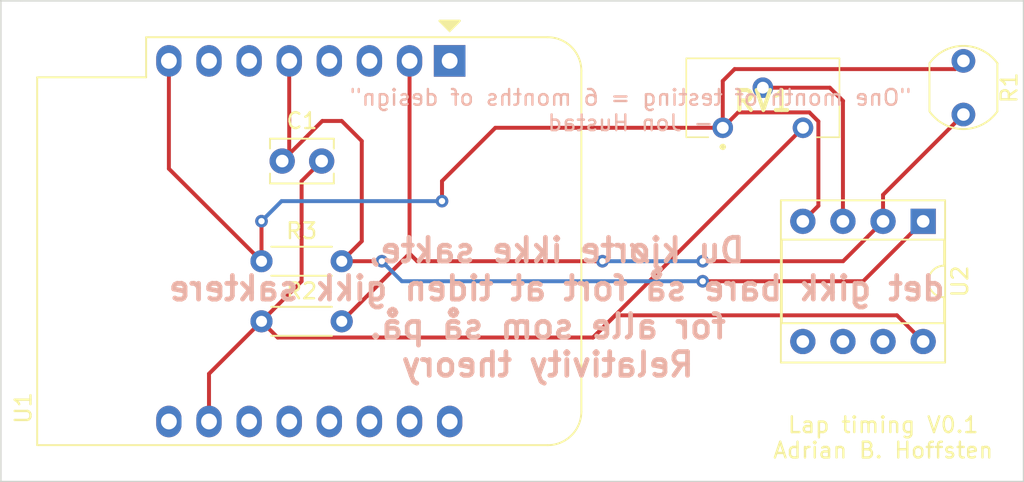
<source format=kicad_pcb>
(kicad_pcb (version 20211014) (generator pcbnew)
  (layers (0 "F.Cu" signal) (31 "B.Cu" signal) (34 "B.Paste" user) (35 "F.Paste" user) (36 "B.SilkS" user "B.Silkscreen") (37 "F.SilkS" user "F.Silkscreen") (38 "B.Mask" user) (39 "F.Mask" user) (44 "Edge.Cuts" user))
  (net 0 "")
  (net 1 "/Sensor_Digital")
  (net 2 "GND")
  (net 3 "+3.3V")
  (net 4 "/Sensor_Analog")
  (net 5 "Net-(RV1-Pad2)")
  (footprint "Module:WEMOS_D1_mini_light" (layer "F.Cu") (at 67.795 102.87 -90)
    (fp_text reference "U1" (at 22 27 90) (layer "F.SilkS"))
    (fp_text value "WeMos_D1_mini")
    (fp_line (start -1.5 19.22) (end -1.5 -6.21) (layer "F.SilkS") (width 0.12))
    (fp_line (start 22.24 -8.34) (end 0.63 -8.34) (layer "F.SilkS") (width 0.12))
    (fp_line (start 1.04 26.12) (end 24.36 26.12) (layer "F.SilkS") (width 0.12))
    (fp_line (start 1.04 19.22) (end 1.04 26.12) (layer "F.SilkS") (width 0.12))
    (fp_line (start -1.5 19.22) (end 1.04 19.22) (layer "F.SilkS") (width 0.12))
    (fp_line (start 24.36 26.12) (end 24.36 -6.21) (layer "F.SilkS") (width 0.12))
    (fp_arc (start 22.23 -8.34) (mid 23.736137 -7.716137) (end 24.36 -6.21) (layer "F.SilkS") (width 0.12))
    (fp_arc (start -1.5 -6.21) (mid -0.876137 -7.716137) (end 0.63 -8.34) (layer "F.SilkS") (width 0.12))
    (fp_poly (pts (xy -2.54 -0.635) (xy -2.54 0.635) (xy -1.905 0)) (layer "F.SilkS") (width 0.15) (fill solid))
    (pad "1" thru_hole rect (at 0 0 270) (size 2 2) (drill 1) (layers *.Cu *.Mask))
    (pad "2" thru_hole oval (at 0 2.54 270) (size 2 1.6) (drill 1) (layers *.Cu *.Mask) (net 4 "/Sensor_Analog"))
    (pad "3" thru_hole oval (at 0 5.08 270) (size 2 1.6) (drill 1) (layers *.Cu *.Mask))
    (pad "4" thru_hole oval (at 0 7.62 270) (size 2 1.6) (drill 1) (layers *.Cu *.Mask))
    (pad "5" thru_hole oval (at 0 10.16 270) (size 2 1.6) (drill 1) (layers *.Cu *.Mask) (net 1 "/Sensor_Digital"))
    (pad "6" thru_hole oval (at 0 12.7 270) (size 2 1.6) (drill 1) (layers *.Cu *.Mask))
    (pad "7" thru_hole oval (at 0 15.24 270) (size 2 1.6) (drill 1) (layers *.Cu *.Mask))
    (pad "8" thru_hole oval (at 0 17.78 270) (size 2 1.6) (drill 1) (layers *.Cu *.Mask) (net 3 "+3.3V"))
    (pad "9" thru_hole oval (at 22.86 17.78 270) (size 2 1.6) (drill 1) (layers *.Cu *.Mask))
    (pad "10" thru_hole oval (at 22.86 15.24 270) (size 2 1.6) (drill 1) (layers *.Cu *.Mask) (net 2 "GND"))
    (pad "11" thru_hole oval (at 22.86 12.7 270) (size 2 1.6) (drill 1) (layers *.Cu *.Mask))
    (pad "12" thru_hole oval (at 22.86 10.16 270) (size 2 1.6) (drill 1) (layers *.Cu *.Mask))
    (pad "13" thru_hole oval (at 22.86 7.62 270) (size 2 1.6) (drill 1) (layers *.Cu *.Mask))
    (pad "14" thru_hole oval (at 22.86 5.08 270) (size 2 1.6) (drill 1) (layers *.Cu *.Mask))
    (pad "15" thru_hole oval (at 22.86 2.54 270) (size 2 1.6) (drill 1) (layers *.Cu *.Mask))
    (pad "16" thru_hole oval (at 22.86 0 270) (size 2 1.6) (drill 1) (layers *.Cu *.Mask))
  )
  (footprint "Package_DIP:DIP-8_W7.62mm_Socket" (layer "F.Cu") (at 97.78 113.04 -90)
    (fp_text reference "U2" (at 3.81 -2.33 90) (layer "F.SilkS"))
    (fp_text value "LM2903")
    (fp_line (start 8.95 9.01) (end 8.95 -1.39) (layer "F.SilkS") (width 0.12))
    (fp_line (start -1.33 9.01) (end 8.95 9.01) (layer "F.SilkS") (width 0.12))
    (fp_line (start 1.16 8.95) (end 6.46 8.95) (layer "F.SilkS") (width 0.12))
    (fp_line (start 1.16 -1.33) (end 1.16 8.95) (layer "F.SilkS") (width 0.12))
    (fp_line (start -1.33 -1.39) (end -1.33 9.01) (layer "F.SilkS") (width 0.12))
    (fp_line (start 8.95 -1.39) (end -1.33 -1.39) (layer "F.SilkS") (width 0.12))
    (fp_line (start 2.81 -1.33) (end 1.16 -1.33) (layer "F.SilkS") (width 0.12))
    (fp_line (start 6.46 -1.33) (end 4.81 -1.33) (layer "F.SilkS") (width 0.12))
    (fp_line (start 6.46 8.95) (end 6.46 -1.33) (layer "F.SilkS") (width 0.12))
    (fp_arc (start 4.81 -1.33) (mid 3.81 -0.33) (end 2.81 -1.33) (layer "F.SilkS") (width 0.12))
    (pad "1" thru_hole rect (at 0 0 270) (size 1.6 1.6) (drill 0.8) (layers *.Cu *.Mask) (net 1 "/Sensor_Digital"))
    (pad "2" thru_hole oval (at 0 2.54 270) (size 1.6 1.6) (drill 0.8) (layers *.Cu *.Mask) (net 4 "/Sensor_Analog"))
    (pad "3" thru_hole oval (at 0 5.08 270) (size 1.6 1.6) (drill 0.8) (layers *.Cu *.Mask) (net 5 "Net-(RV1-Pad2)"))
    (pad "4" thru_hole oval (at 0 7.62 270) (size 1.6 1.6) (drill 0.8) (layers *.Cu *.Mask) (net 3 "+3.3V"))
    (pad "5" thru_hole oval (at 7.62 7.62 270) (size 1.6 1.6) (drill 0.8) (layers *.Cu *.Mask))
    (pad "6" thru_hole oval (at 7.62 5.08 270) (size 1.6 1.6) (drill 0.8) (layers *.Cu *.Mask))
    (pad "7" thru_hole oval (at 7.62 2.54 270) (size 1.6 1.6) (drill 0.8) (layers *.Cu *.Mask))
    (pad "8" thru_hole oval (at 7.62 0 270) (size 1.6 1.6) (drill 0.8) (layers *.Cu *.Mask) (net 2 "GND"))
  )
  (footprint "Capacitor_THT:C_Disc_D3.8mm_W2.6mm_P2.50mm" (layer "F.Cu") (at 57.19 109.22)
    (fp_text reference "C1" (at 1.25 -2.55) (layer "F.SilkS"))
    (fp_text value "15pF")
    (fp_line (start -0.77 -1.42) (end 3.27 -1.42) (layer "F.SilkS") (width 0.12))
    (fp_line (start -0.77 1.42) (end 3.27 1.42) (layer "F.SilkS") (width 0.12))
    (fp_line (start 3.27 0.795) (end 3.27 1.42) (layer "F.SilkS") (width 0.12))
    (fp_line (start 3.27 -1.42) (end 3.27 -0.795) (layer "F.SilkS") (width 0.12))
    (fp_line (start -0.77 0.795) (end -0.77 1.42) (layer "F.SilkS") (width 0.12))
    (fp_line (start -0.77 -1.42) (end -0.77 -0.795) (layer "F.SilkS") (width 0.12))
    (pad "1" thru_hole circle (at 0 0) (size 1.6 1.6) (drill 0.8) (layers *.Cu *.Mask) (net 1 "/Sensor_Digital"))
    (pad "2" thru_hole circle (at 2.5 0) (size 1.6 1.6) (drill 0.8) (layers *.Cu *.Mask) (net 2 "GND"))
  )
  (footprint "Resistor_THT:R_Axial_DIN0204_L3.6mm_D1.6mm_P5.08mm_Horizontal" (layer "F.Cu") (at 55.88 119.38)
    (fp_text reference "R2" (at 2.54 -1.92) (layer "F.SilkS"))
    (fp_text value "10k")
    (fp_line (start 0.62 0.92) (end 4.46 0.92) (layer "F.SilkS") (width 0.12))
    (fp_line (start 0.62 -0.92) (end 4.46 -0.92) (layer "F.SilkS") (width 0.12))
    (pad "1" thru_hole circle (at 0 0) (size 1.4 1.4) (drill 0.7) (layers *.Cu *.Mask) (net 2 "GND"))
    (pad "2" thru_hole oval (at 5.08 0) (size 1.4 1.4) (drill 0.7) (layers *.Cu *.Mask) (net 4 "/Sensor_Analog"))
  )
  (footprint "OptoDevice:R_LDR_5.1x4.3mm_P3.4mm_Vertical" (layer "F.Cu") (at 100.33 102.87 -90)
    (fp_text reference "R1" (at 1.7 -2.9 90) (layer "F.SilkS"))
    (fp_text value "LDR07")
    (fp_line (start 0.15 2.15) (end 3.2 2.15) (layer "F.SilkS") (width 0.12))
    (fp_line (start 0.15 -2.15) (end 3.2 -2.15) (layer "F.SilkS") (width 0.12))
    (fp_arc (start 3.2 -2.15) (mid 4.321403 -0.027338) (end 3.244513 2.118249) (layer "F.SilkS") (width 0.12))
    (fp_arc (start 0.15 2.15) (mid -0.950438 -0.013368) (end 0.171766 -2.165525) (layer "F.SilkS") (width 0.12))
    (pad "1" thru_hole circle (at 0 0 270) (size 1.5 1.5) (drill 0.8) (layers *.Cu *.Mask) (net 3 "+3.3V"))
    (pad "2" thru_hole circle (at 3.4 0 270) (size 1.5 1.5) (drill 0.8) (layers *.Cu *.Mask) (net 4 "/Sensor_Analog"))
  )
  (footprint "T93YB104KT20:T93YB104KT20" (layer "F.Cu") (at 85.09 107.11)
    (fp_text reference "RV1" (at 2.54 -1.7) (layer "F.SilkS") (effects (font (size 1.27 1.27) (thickness 0.254))))
    (fp_text value "R_Potentiometer" hide)
    (fp_line (start -0.1 1.212) (end -0.1 1.212) (layer "F.SilkS") (width 0.2))
    (fp_line (start 7.39 0.6) (end 5.942 0.6) (layer "F.SilkS") (width 0.1))
    (fp_line (start -2.31 0.6) (end -0.912 0.6) (layer "F.SilkS") (width 0.1))
    (fp_line (start -2.31 0.6) (end -2.31 -4.4) (layer "F.SilkS") (width 0.1))
    (fp_line (start 0.1 1.212) (end 0.1 1.212) (layer "F.SilkS") (width 0.2))
    (fp_line (start 7.39 -4.4) (end 7.39 0.6) (layer "F.SilkS") (width 0.1))
    (fp_line (start -2.31 -4.4) (end 7.39 -4.4) (layer "F.SilkS") (width 0.1))
    (fp_arc (start 0.1 1.212) (mid 0 1.312) (end -0.1 1.212) (layer "F.SilkS") (width 0.2))
    (fp_arc (start -0.1 1.212) (mid 0 1.112) (end 0.1 1.212) (layer "F.SilkS") (width 0.2))
    (pad "1" thru_hole circle locked (at 0 0) (size 1.3 1.3) (drill 0.75) (layers *.Cu *.Mask) (net 3 "+3.3V"))
    (pad "2" thru_hole circle locked (at 2.54 -2.54) (size 1.3 1.3) (drill 0.75) (layers *.Cu *.Mask) (net 5 "Net-(RV1-Pad2)"))
    (pad "3" thru_hole circle locked (at 5.08 0) (size 1.3 1.3) (drill 0.75) (layers *.Cu *.Mask) (net 2 "GND"))
  )
  (footprint "Resistor_THT:R_Axial_DIN0204_L3.6mm_D1.6mm_P5.08mm_Horizontal" (layer "F.Cu") (at 55.88 115.57)
    (fp_text reference "R3" (at 2.54 -1.92) (layer "F.SilkS"))
    (fp_text value "1k")
    (fp_line (start 0.62 -0.92) (end 4.46 -0.92) (layer "F.SilkS") (width 0.12))
    (fp_line (start 0.62 0.92) (end 4.46 0.92) (layer "F.SilkS") (width 0.12))
    (pad "1" thru_hole circle (at 0 0) (size 1.4 1.4) (drill 0.7) (layers *.Cu *.Mask) (net 3 "+3.3V"))
    (pad "2" thru_hole oval (at 5.08 0) (size 1.4 1.4) (drill 0.7) (layers *.Cu *.Mask) (net 1 "/Sensor_Digital"))
  )
  (gr_line (start 104.14 99.06) (end 104.14 129.54) (layer "Edge.Cuts") (width 0.1))
  (gr_line (start 40.64 99.06) (end 104.14 99.06) (layer "Edge.Cuts") (width 0.1))
  (gr_line (start 104.14 129.54) (end 39.37 129.54) (layer "Edge.Cuts") (width 0.1))
  (gr_line (start 40.64 99.06) (end 39.37 99.06) (layer "Edge.Cuts") (width 0.1))
  (gr_line (start 39.37 129.54) (end 39.37 99.06) (layer "Edge.Cuts") (width 0.1))
  (gr_text "{dblquote}One month of testing = 6 months of design{dblquote}\n- Jon Hustad" (at 79.25 106) (layer "B.SilkS") (effects (font (size 1 1)) (justify mirror)))
  (gr_text "Du kjørte ikke sakte, \ndet gikk bare så fort at tiden gikk saktere \nfor alle som så på.\nRelativity theory" (at 74 118.5) (layer "B.SilkS") (effects (font (size 1.5 1.5) (thickness 0.3)) (justify mirror)))
  (gr_text "Lap timing V0.1\nAdrian B. Hoffsten\n" (at 95.25 126.75) (layer "F.SilkS") (effects (font (size 1 1))))
  (segment (start 93.98 116.84) (end 83.82 116.84) (width 0.25) (layer "F.Cu") (net 1))
  (segment (start 62.23 107.95) (end 60.96 106.68) (width 0.25) (layer "F.Cu") (net 1))
  (segment (start 62.23 114.3) (end 62.23 107.95) (width 0.25) (layer "F.Cu") (net 1))
  (segment (start 97.78 113.04) (end 93.98 116.84) (width 0.25) (layer "F.Cu") (net 1))
  (segment (start 60.96 115.57) (end 62.23 114.3) (width 0.25) (layer "F.Cu") (net 1))
  (segment (start 57.635 108.775) (end 57.19 109.22) (width 0.25) (layer "F.Cu") (net 1))
  (segment (start 63.5 115.57) (end 60.96 115.57) (width 0.25) (layer "F.Cu") (net 1))
  (segment (start 60.96 106.68) (end 59.73 106.68) (width 0.25) (layer "F.Cu") (net 1))
  (segment (start 57.635 102.87) (end 57.635 108.775) (width 0.25) (layer "F.Cu") (net 1))
  (segment (start 59.73 106.68) (end 57.19 109.22) (width 0.25) (layer "F.Cu") (net 1))
  (via (at 63.5 115.57) (size 0.8) (drill 0.4) (layers "F.Cu" "B.Cu") (net 1))
  (via (at 83.82 116.84) (size 0.8) (drill 0.4) (layers "F.Cu" "B.Cu") (net 1))
  (segment (start 64.77 116.84) (end 63.5 115.57) (width 0.25) (layer "B.Cu") (net 1))
  (segment (start 83.82 116.84) (end 64.77 116.84) (width 0.25) (layer "B.Cu") (net 1))
  (segment (start 58.42 116.84) (end 58.42 110.49) (width 0.25) (layer "F.Cu") (net 2))
  (segment (start 97.78 120.66) (end 96.12 119) (width 0.25) (layer "F.Cu") (net 2))
  (segment (start 96.12 119) (end 78.28 119) (width 0.25) (layer "F.Cu") (net 2))
  (segment (start 55.88 119.38) (end 58.42 116.84) (width 0.25) (layer "F.Cu") (net 2))
  (segment (start 55.88 119.38) (end 56.905 120.405) (width 0.25) (layer "F.Cu") (net 2))
  (segment (start 52.555 122.705) (end 55.88 119.38) (width 0.25) (layer "F.Cu") (net 2))
  (segment (start 58.42 110.49) (end 59.69 109.22) (width 0.25) (layer "F.Cu") (net 2))
  (segment (start 56.905 120.405) (end 76.875 120.405) (width 0.25) (layer "F.Cu") (net 2))
  (segment (start 76.875 120.405) (end 90.17 107.11) (width 0.25) (layer "F.Cu") (net 2))
  (segment (start 78.28 119) (end 76.875 120.405) (width 0.25) (layer "F.Cu") (net 2))
  (segment (start 52.555 125.73) (end 52.555 122.705) (width 0.25) (layer "F.Cu") (net 2))
  (segment (start 50.015 109.705) (end 50.015 102.87) (width 0.25) (layer "F.Cu") (net 3))
  (segment (start 85.09 107.11) (end 70.69 107.11) (width 0.25) (layer "F.Cu") (net 3))
  (segment (start 100.33 102.87) (end 99.81 103.39) (width 0.25) (layer "F.Cu") (net 3))
  (segment (start 55.88 113.03) (end 55.88 115.57) (width 0.25) (layer "F.Cu") (net 3))
  (segment (start 85.84 103.39) (end 85.09 104.14) (width 0.25) (layer "F.Cu") (net 3))
  (segment (start 67.31 110.49) (end 67.31 111.76) (width 0.25) (layer "F.Cu") (net 3))
  (segment (start 90.573859 106.135) (end 86.065 106.135) (width 0.25) (layer "F.Cu") (net 3))
  (segment (start 55.88 115.57) (end 50.015 109.705) (width 0.25) (layer "F.Cu") (net 3))
  (segment (start 99.81 103.39) (end 85.84 103.39) (width 0.25) (layer "F.Cu") (net 3))
  (segment (start 91.145 106.706141) (end 90.573859 106.135) (width 0.25) (layer "F.Cu") (net 3))
  (segment (start 91.145 112.055) (end 91.145 106.706141) (width 0.25) (layer "F.Cu") (net 3))
  (segment (start 85.09 104.14) (end 85.09 107.11) (width 0.25) (layer "F.Cu") (net 3))
  (segment (start 90.16 113.04) (end 91.145 112.055) (width 0.25) (layer "F.Cu") (net 3))
  (segment (start 86.065 106.135) (end 85.09 107.11) (width 0.25) (layer "F.Cu") (net 3))
  (segment (start 70.69 107.11) (end 67.31 110.49) (width 0.25) (layer "F.Cu") (net 3))
  (via (at 55.88 113.03) (size 0.8) (drill 0.4) (layers "F.Cu" "B.Cu") (net 3))
  (via (at 67.31 111.76) (size 0.8) (drill 0.4) (layers "F.Cu" "B.Cu") (net 3))
  (segment (start 67.31 111.76) (end 57.15 111.76) (width 0.25) (layer "B.Cu") (net 3))
  (segment (start 57.15 111.76) (end 55.88 113.03) (width 0.25) (layer "B.Cu") (net 3))
  (segment (start 65.74 115.57) (end 65.255 115.085) (width 0.25) (layer "F.Cu") (net 4))
  (segment (start 95.24 113.04) (end 95.24 111.36) (width 0.25) (layer "F.Cu") (net 4))
  (segment (start 92.71 115.57) (end 83.82 115.57) (width 0.25) (layer "F.Cu") (net 4))
  (segment (start 77.47 115.57) (end 65.74 115.57) (width 0.25) (layer "F.Cu") (net 4))
  (segment (start 65.255 115.085) (end 60.96 119.38) (width 0.25) (layer "F.Cu") (net 4))
  (segment (start 95.24 111.36) (end 100.33 106.27) (width 0.25) (layer "F.Cu") (net 4))
  (segment (start 95.24 113.04) (end 92.71 115.57) (width 0.25) (layer "F.Cu") (net 4))
  (segment (start 65.255 102.87) (end 65.255 115.085) (width 0.25) (layer "F.Cu") (net 4))
  (via (at 83.82 115.57) (size 0.8) (drill 0.4) (layers "F.Cu" "B.Cu") (net 4))
  (via (at 77.47 115.57) (size 0.8) (drill 0.4) (layers "F.Cu" "B.Cu") (net 4))
  (segment (start 83.82 115.57) (end 77.47 115.57) (width 0.25) (layer "B.Cu") (net 4))
  (segment (start 87.63 104.57) (end 91.87 104.57) (width 0.25) (layer "F.Cu") (net 5))
  (segment (start 92.71 105.41) (end 92.7 105.42) (width 0.25) (layer "F.Cu") (net 5))
  (segment (start 92.7 105.42) (end 92.7 113.04) (width 0.25) (layer "F.Cu") (net 5))
  (segment (start 91.87 104.57) (end 92.71 105.41) (width 0.25) (layer "F.Cu") (net 5))
)
</source>
